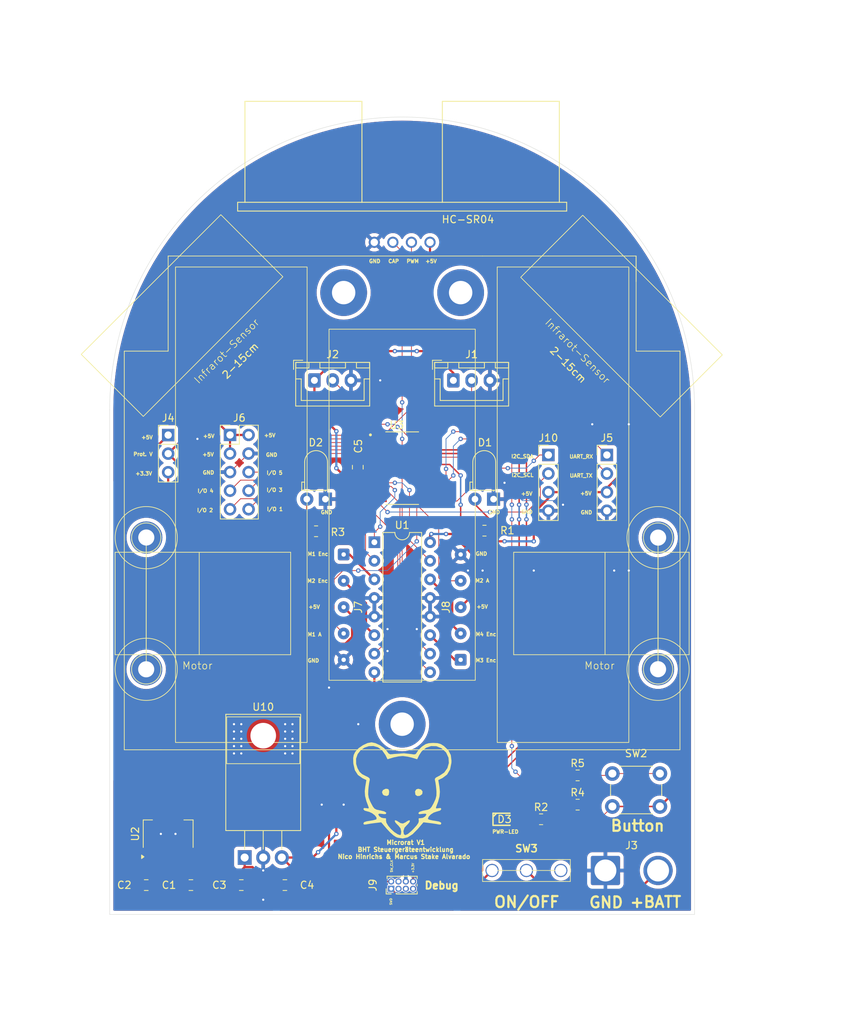
<source format=kicad_pcb>
(kicad_pcb (version 20240108) (generator "pcbnew") (generator_version "8.0")
  (layers (0 "F.Cu" signal) (31 "B.Cu" signal) (34 "B.Paste" user) (35 "F.Paste" user) (36 "B.SilkS" user "B.Silkscreen") (37 "F.SilkS" user "F.Silkscreen") (38 "B.Mask" user) (39 "F.Mask" user) (44 "Edge.Cuts" user))
  (net 0 "")
  (net 1 "Batt_out")
  (net 2 "GND")
  (net 3 "+5V")
  (net 4 "+6V")
  (net 5 "Net-(D1-A)")
  (net 6 "Net-(D2-A)")
  (net 7 "Net-(D3-A)")
  (net 8 "Infra_out1")
  (net 9 "Infra_out2")
  (net 10 "+BATT")
  (net 11 "UART_RX")
  (net 12 "UART_TX")
  (net 13 "Freedig1")
  (net 14 "Freedig3")
  (net 15 "Freedig2")
  (net 16 "Freedig5")
  (net 17 "Freedig4")
  (net 18 "I2C_SCL")
  (net 19 "I2C_SDA")
  (net 20 "M1 Enc")
  (net 21 "M2 Enc")
  (net 22 "M1 A")
  (net 23 "M3 Enc")
  (net 24 "M2 A")
  (net 25 "M4 Enc")
  (net 26 "Auge 2")
  (net 27 "Auge 1")
  (net 28 "Prot. Voltage")
  (net 29 "Input 1")
  (net 30 "Input 3")
  (net 31 "Input 2")
  (net 32 "PWM 1")
  (net 33 "Input 4")
  (net 34 "PWM 2")
  (net 37 "CAP")
  (net 40 "Net-(R4-Pad2)")
  (net 46 "PWM 3")
  (net 49 "SWD")
  (net 51 "+3.3V")
  (net 52 "SW_CLK")
  (net 55 "Button")
  (net 56 "unconnected-(U3-P2.10-Pad7)")
  (footprint "MountingHole:MountingHole_2.2mm_M2_Pad_TopBottom" (layer "F.Cu") (at 273.008574 169.4941)
    (property "Reference" "REF**" (hide yes))
    (property "Value" "MountingHole_2.2mm_M2_Pad_TopBottom" (hide yes))
  )
  (footprint "Connector_JST:JST_XH_B3B-XH-A_1x03_P2.50mm_Vertical" (layer "F.Cu") (at 226 148)
    (property "Reference" "J2")
    (property "Value" "Conn_01x03_Socket" (hide yes))
  )
  (footprint "Connector_PinHeader_2.54mm:PinHeader_1x04_P2.54mm_Vertical" (layer "F.Cu") (at 266 158.2)
    (property "Reference" "J5")
    (property "Value" "Conn_01x04_Pin" (hide yes))
  )
  (footprint "Connector_PinHeader_1.00mm:PinHeader_2x04_P1.00mm_Vertical" (layer "F.Cu") (at 236.5 217.5 90)
    (property "Reference" "J9")
    (property "Value" "Conn_02x04_Counter_Clockwise" (hide yes))
  )
  (footprint "Library:Schiebeschalter" (layer "F.Cu") (at 255 215)
    (property "Reference" "SW3")
    (property "Value" "SW_SPDT" (hide yes))
  )
  (footprint "Button_Switch_THT:SW_PUSH_6mm_H4.3mm" (layer "F.Cu") (at 266.75 201.75)
    (property "Reference" "SW2")
    (property "Value" "SW_MEC_5E" (hide yes))
  )
  (footprint "150060GS75000:LEDC1608X80N" (layer "F.Cu") (at 252 208)
    (property "Reference" "D3")
    (property "Value" "LED")
  )
  (footprint "Library:Motor_Bracket" (layer "F.Cu") (at 278 177 -90)
    (property "Reference" "Motor")
    (property "Value" "Motor_Bracket" (hide yes))
  )
  (footprint "Resistor_SMD:R_0805_2012Metric_Pad1.20x1.40mm_HandSolder" (layer "F.Cu") (at 262 202)
    (property "Reference" "R5")
    (property "Value" "R10K" (hide yes))
  )
  (footprint "Library:Sharp" (layer "F.Cu") (at 273.303301 153 135)
    (property "Reference" "Infrarot-Sensor")
    (property "Value" "Sharp" (hide yes))
  )
  (footprint "Connector_Wire:SolderWire-0.1sqmm_1x05_P3.6mm_D0.4mm_OD1mm" (layer "F.Cu") (at 230 171.8 -90)
    (property "Reference" "J7")
    (property "Value" "Conn_01x05_Pin" (hide yes))
  )
  (footprint "Package_DIP:DIP-16_W7.62mm" (layer "F.Cu") (at 234.2 170.125)
    (property "Reference" "U1")
    (property "Value" "L293D" (hide yes))
  )
  (footprint "Capacitor_SMD:C_0805_2012Metric_Pad1.18x1.45mm_HandSolder" (layer "F.Cu") (at 221.9625 217 180)
    (property "Reference" "C4")
    (property "Value" "C0.1uF" (hide yes))
  )
  (footprint "MountingHole:MountingHole_2.2mm_M2_Pad_TopBottom" (layer "F.Cu") (at 273 187.485525)
    (property "Reference" "REF**" (hide yes))
    (property "Value" "MountingHole_2.2mm_M2_Pad_TopBottom" (hide yes))
  )
  (footprint "Package_TO_SOT_THT:TO-220-3_Horizontal_TabDown" (layer "F.Cu") (at 216.46 213.23)
    (property "Reference" "U10")
    (property "Value" "L7806" (hide yes))
  )
  (footprint "Capacitor_SMD:C_0805_2012Metric_Pad1.18x1.45mm_HandSolder" (layer "F.Cu") (at 203 217 180)
    (property "Reference" "C2")
    (property "Value" "C10uF" (hide yes))
  )
  (footprint "Connector_JST:JST_XH_B3B-XH-A_1x03_P2.50mm_Vertical" (layer "F.Cu") (at 245 148)
    (property "Reference" "J1")
    (property "Value" "Conn_01x03_Socket" (hide yes))
  )
  (footprint "Resistor_SMD:R_0805_2012Metric_Pad1.20x1.40mm_HandSolder" (layer "F.Cu") (at 257 208)
    (property "Reference" "R2")
    (property "Value" "R68" (hide yes))
  )
  (footprint "HC-SR04:XCVR_HC-SR04" (layer "F.Cu") (at 238 129.125 180)
    (property "Reference" "U4" (hide yes))
    (property "Value" "HC-SR04")
  )
  (footprint "Connector_Wire:SolderWire-2.5sqmm_1x02_P7.2mm_D2.4mm_OD3.6mm" (layer "F.Cu") (at 265.8 215)
    (property "Reference" "J3")
    (property "Value" "Conn_01x02_Pin" (hide yes))
  )
  (footprint "MountingHole:MountingHole_3.2mm_M3_Pad_TopBottom" (layer "F.Cu") (at 238 195)
    (property "Reference" "REF**" (hide yes))
    (property "Value" "MountingHole_3.2mm_M3_Pad_TopBottom" (hide yes))
  )
  (footprint "MountingHole:MountingHole_3.2mm_M3_Pad_TopBottom" (layer "F.Cu") (at 246 136)
    (property "Reference" "REF**" (hide yes))
    (property "Value" "MountingHole_3.2mm_M3_Pad_TopBottom" (hide yes))
  )
  (footprint "Connector_PinHeader_2.54mm:PinHeader_1x03_P2.54mm_Vertical" (layer "F.Cu") (at 206 155.475)
    (property "Reference" "J4")
    (property "Value" "Conn_01x03_Socket" (hide yes))
  )
  (footprint "Library:Motor_Bracket" (layer "F.Cu") (at 198 180 90)
    (property "Reference" "Motor")
    (property "Value" "Motor_Bracket" (hide yes))
  )
  (footprint "LED_THT:LED_D3.0mm_Horizontal_O1.27mm_Z2.0mm" (layer "F.Cu") (at 227.499489 164.233924 180)
    (property "Reference" "D2")
    (property "Value" "LED Red" (hide yes))
  )
  (footprint "Resistor_SMD:R_0805_2012Metric_Pad1.20x1.40mm_HandSolder" (layer "F.Cu") (at 226.229231 168.626922 180)
    (property "Reference" "R3")
    (property "Value" "R128" (hide yes))
  )
  (footprint "XMC1402T038X0128AAXUMA1:SOP50P640X120-38N" (layer "F.Cu") (at 238 160)
    (property "Reference" "U3")
    (property "Value" "~")
  )
  (footprint "Connector_Wire:SolderWire-0.1sqmm_1x05_P3.6mm_D0.4mm_OD1mm" (layer "F.Cu") (at 246 186.2 90)
    (property "Reference" "J8")
    (property "Value" "Conn_01x05_Pin" (hide yes))
  )
  (footprint "ratlib:Marcus_Rat" (layer "F.Cu") (at 238.0249 204.062583)
    (property "Reference" "G***" (hide yes))
    (property "Value" "LOGO" (hide yes))
  )
  (footprint "Connector_PinHeader_2.54mm:PinHeader_1x04_P2.54mm_Vertical" (layer "F.Cu") (at 258 158.2)
    (property "Reference" "J10")
    (property "Value" "Conn_01x04_Socket" (hide yes))
  )
  (footprint "Library:Sharp" (layer "F.Cu") (at 221.688582 133.835306 -135)
    (property "Reference" "Infrarot-Sensor")
    (property "Value" "Sharp" (hide yes))
  )
  (footprint "Library:Kühlfläche" (layer "F.Cu") (at 214 194)
    (property "Reference" "REF**" (hide yes))
    (property "Value" "Kühlfläche")
  )
  (footprint "LED_THT:LED_D3.0mm_Horizontal_O1.27mm_Z2.0mm" (layer "F.Cu") (at 250.499489 164.233924 180)
    (property "Reference" "D1")
    (property "Value" "LED Red" (hide yes))
  )
  (footprint "Library:BMS" (layer "F.Cu") (at 228 189 90)
    (property "Reference" "REF**" (hide yes))
    (property "Value" "BMS")
  )
  (footprint "MountingHole:MountingHole_3.2mm_M3_Pad_TopBottom" (layer "F.Cu") (at 230 136)
    (property "Reference" "REF**" (hide yes))
    (property "Value" "MountingHole_3.2mm_M3_Pad_TopBottom" (hide yes))
  )
  (footprint "Resistor_SMD:R_0805_2012Metric_Pad1.20x1.40mm_HandSolder" (layer "F.Cu") (at 249.256957 168.545081 180)
    (property "Reference" "R1")
    (property "Value" "R128" (hide yes))
  )
  (footprint "Capacitor_SMD:C_0805_2012Metric_Pad1.18x1.45mm_HandSolder" (layer "F.Cu") (at 216 217)
    (property "Reference" "C3")
    (property "Value" "C0.33uF" (hide yes))
  )
  (footprint "MountingHole:MountingHole_2.2mm_M2_Pad_TopBottom" (layer "F.Cu") (at 202.994283 187.496958)
    (property "Reference" "REF**" (hide yes))
    (property "Value" "MountingHole_2.2mm_M2_Pad_TopBottom" (hide yes))
  )
  (footprint "Connector_PinHeader_2.54mm:PinHeader_2x05_P2.54mm_Vertical" (layer "F.Cu") (at 214.46 155.46)
    (property "Reference" "J6")
    (property "Value" "Conn_02x05_Counter_Clockwise" (hide yes))
  )
  (footprint "Package_TO_SOT_SMD:SOT-223-3_TabPin2" (layer "F.Cu") (at 206 210 90)
    (property "Reference" "U2")
    (property "Value" "LD1117S50TR_SOT223" (hide yes))
  )
  (footprint "Capacitor_SMD:C_0805_2012Metric_Pad1.18x1.45mm_HandSolder" (layer "F.Cu") (at 209.109636 217)
    (property "Reference" "C1")
    (property "Value" "C100nF" (hide yes))
  )
  (footprint "Resistor_SMD:R_0805_2012Metric_Pad1.20x1.40mm_HandSolder" (layer "F.Cu") (at 262 206)
    (property "Reference" "R4")
    (property "Value" "R100" (hide yes))
  )
  (footprint "MountingHole:MountingHole_2.2mm_M2_Pad_TopBottom" (layer "F.Cu") (at 203.008574 169.481238)
    (property "Reference" "REF**" (hide yes))
    (property "Value" "MountingHole_2.2mm_M2_Pad_TopBottom" (hide yes))
  )
  (footprint "Capacitor_SMD:C_0805_2012Metric_Pad1.18x1.45mm_HandSolder" (layer "F.Cu") (at 231.932116 159.867213 -90)
    (property "Reference" "C5")
    (property "Value" "C100nF" (hide yes))
  )
  (gr_line (start 198 152) (end 198 221) (stroke (width 0.05)) (layer "Edge.Cuts"))
  (gr_arc (start 198 152) (mid 238 112) (end 278 152) (stroke (width 0.05)) (layer "Edge.Cuts"))
  (gr_line (start 278 221) (end 198 221) (stroke (width 0.05)) (layer "Edge.Cuts"))
  (gr_line (start 278 221) (end 278 152) (stroke (width 0.05)) (layer "Edge.Cuts"))
  (gr_text "ON/OFF " (at 250.40309 220.195094 0) (layer "F.SilkS") (effects (font (size 1.5 1.5) (thickness 0.3) (bold yes)) (justify left bottom)))
  (gr_text "+5V" (at 225.129382 179.258854 0) (layer "F.SilkS") (effects (font (size 0.5 0.5) (thickness 0.125)) (justify left bottom)))
  (gr_text "I/O 5" (at 219.395472 160.926898 0) (layer "F.SilkS") (effects (font (size 0.5 0.5) (thickness 0.125)) (justify left bottom)))
  (gr_text "I/O 3" (at 219.395472 163.270972 0) (layer "F.SilkS") (effects (font (size 0.5 0.5) (thickness 0.125)) (justify left bottom)))
  (gr_text "+5V" (at 254.197603 163.786151 0) (layer "F.SilkS") (effects (font (size 0.5 0.5) (thickness 0.125)) (justify left bottom)))
  (gr_text "+5V" (at 202.265645 156.081091 0) (layer "F.SilkS") (effects (font (size 0.5 0.5) (thickness 0.125)) (justify left bottom)))
  (gr_text "GND" (at 219.308655 158.474301 0) (layer "F.SilkS") (effects (font (size 0.5 0.5) (thickness 0.125)) (justify left bottom)))
  (gr_text "+5V" (at 262.293342 163.742742 0) (layer "F.SilkS") (effects (font (size 0.5 0.5) (thickness 0.125)) (justify left bottom)))
  (gr_text "CAP" (at 236.038526 132 0) (layer "F.SilkS") (effects (font (size 0.5 0.5) (thickness 0.125)) (justify left bottom)))
  (gr_text "GND" (at 263.413544 220.244274 0) (layer "F.SilkS") (effects (font (size 1.5 1.5) (thickness 0.3) (bold yes)) (justify left bottom)))
  (gr_text "GND" (at 226.813315 166.325565 0) (layer "F.SilkS") (effects (font (size 0.5 0.5) (thickness 0.125)) (justify left bottom)))
  (gr_text "Prot. V" (at 201.180425 158.381757 0) (layer "F.SilkS") (effects (font (size 0.5 0.5) (thickness 0.125)) (justify left bottom)))
  (gr_text "GND" (at 254.219307 166.282157 0) (layer "F.SilkS") (effects (font (size 0.5 0.5) (thickness 0.125)) (justify left bottom)))
  (gr_text "I/O 2" (at 209.883887 166.043408 0) (layer "F.SilkS") (effects (font (size 0.5 0.5) (thickness 0.125)) (justify left bottom)))
  (gr_text "2-15cm" (at 214 148 45) (layer "F.SilkS") (effects (font (size 1 1)) (justify left bottom)))
  (gr_text "I2C_SDA" (at 252.85193 158.685619 0) (layer "F.SilkS") (effects (font (size 0.5 0.5) (thickness 0.125)) (justify left bottom)))
  (gr_text "PWM" (at 238.541766 132 0) (layer "F.SilkS") (effects (font (size 0.5 0.5) (thickness 0.125)) (justify left bottom)))
  (gr_text "+5V" (at 219.048202 155.804661 0) (layer "F.SilkS") (effects (font (size 0.5 0.5) (thickness 0.125)) (justify left bottom)))
  (gr_text "SWD" (at 236.643069 219.760452 90) (layer "F.SilkS") (effects (font (size 0.3 0.3) (thickness 0.075)) (justify left bottom)))
  (gr_text "GND" (at 262.358455 166.34727 0) (layer "F.SilkS") (effects (font (size 0.5 0.5) (thickness 0.125)) (justify left bottom)))
  (gr_text "GND" (at 225.013625 186.59494 0) (layer "F.SilkS") (effects (font (size 0.5 0.5) (thickness 0.125)) (justify left bottom)))
  (gr_text "UART_RX" (at 260.817443 158.707323 0) (layer "F.SilkS") (effects (font (size 0.5 0.5) (thickness 0.125)) (justify left bottom)))
  (gr_text "GND" (at 249.752419 166.319928 0) (layer "F.SilkS") (effects (font (size 0.5 0.5) (thickness 0.125)) (justify left bottom)))
  (gr_text "2-15cm" (at 258 144 315) (layer "F.SilkS") (effects (font (size 1 1)) (justify left bottom)))
  (gr_text "GND" (at 233.405059 132 0) (layer "F.SilkS") (effects (font (size 0.5 0.5) (thickness 0.125)) (justify left bottom)))
  (gr_text "M2 Enc" (at 224.984686 175.699334 0) (layer "F.SilkS") (effects (font (size 0.5 0.5) (thickness 0.125)) (justify left bottom)))
  (gr_text "+5V" (at 210.708654 155.907456 0) (layer "F.SilkS") (effects (font (size 0.5 0.5) (thickness 0.125)) (justify left bottom)))
  (gr_text "I/O 1" (at 219.438881 165.897204 0) (layer "F.SilkS") (effects (font (size 0.5 0.5) (thickness 0.125)) (justify left bottom)))
  (gr_text "M1 Enc" (at 225.023302 172.029028 0) (layer "F.SilkS") (effects (font (size 0.5 0.5) (thickness 0.125)) (justify left bottom)))
  (gr_text "+5V" (at 241.117354 132 0) (layer "F.SilkS") (effects (font (size 0.5 0.5) (thickness 0.125)) (justify left bottom)))
  (gr_text "I2C_SCL" (at 252.895339 161.246737 0) (layer "F.SilkS") (effects (font (size 0.5 0.5) (thickness 0.125)) (justify left bottom)))
  (gr_text "M1 A" (at 225.023302 183.029028 0) (layer "F.SilkS") (effects (font (size 0.5 0.5) (thickness 0.125)) (justify left bottom)))
  (gr_text "Button" (at 266.358725 209.772455 0) (layer "F.SilkS") (effects (font (size 1.5 1.5) (thickness 0.3) (bold yes)) (justify left bottom)))
  (gr_text "UART_TX" (at 260.860852 161.31185 0) (layer "F.SilkS") (effects (font (size 0.5 0.5) (thickness 0.125)) (justify left bottom)))
  (gr_text "M2 A" (at 247.961384 175.670306 0) (layer "F.SilkS") (effects (font (size 0.5 0.5) (thickness 0.125)) (justify left bottom)))
  (gr_text "+3.3V" (at 201.462582 161.029693 0) (layer "F.SilkS") (effects (font (size 0.5 0.5) (thickness 0.125)) (justify left bottom)))
  (gr_text "Microrat V1\nBHT Steuergeräteentwicklung\nNico Hinrichs & Marcus Stake Alvarado " (at 238.480692 213.460585 0) (layer "F.SilkS") (effects (font (size 0.6 0.6)) (justify bottom)))
  (gr_text "+BATT" (at 269.005 220.189456 0) (layer "F.SilkS") (effects (font (size 1.5 1.5) (thickness 0.3) (bold yes)) (justify left bottom)))
  (gr_text "+5V" (at 210.621837 158.425166 0) (layer "F.SilkS") (effects (font (size 0.5 0.5) (thickness 0.125)) (justify left bottom)))
  (gr_text "Debug" (at 240.953351 217.631402 0) (layer "F.SilkS") (effects (font (size 1 1) (thickness 0.25) (bold yes)) (justify left bottom)))
  (gr_text "I/O 4" (at 209.949 163.395472 0) (layer "F.SilkS") (effects (font (size 0.5 0.5) (thickness 0.125)) (justify left bottom)))
  (gr_text "M4 Enc" (at 248 183 0) (layer "F.SilkS") (effects (font (size 0.5 0.5) (thickness 0.125)) (justify left bottom)))
  (gr_text "GND" (at 210.665245 160.899467 0) (layer "F.SilkS") (effects (font (size 0.5 0.5) (thickness 0.125)) (justify left bottom)))
  (gr_text "GND" (at 248 172 0) (layer "F.SilkS") (effects (font (size 0.5 0.5) (thickness 0.125)) (justify left bottom)))
  (gr_text "+5V" (at 248.10608 179.229826 0) (layer "F.SilkS") (effects (font (size 0.5 0.5) (thickness 0.125)) (justify left bottom)))
  (gr_text "+3.3V" (at 239.651997 215.368042 90) (layer "F.SilkS") (effects (font (size 0.3 0.3) (thickness 0.075)) (justify left bottom)))
  (gr_text "SW_CLK" (at 236.736761 215.294798 90) (layer "F.SilkS") (effects (font (size 0.3 0.3) (thickness 0.075)) (justify left bottom)))
  (gr_text "M3 Enc" (at 247.990323 186.565912 0) (layer "F.SilkS") (effects (font (size 0.5 0.5) (thickness 0.125)) (justify left bottom)))
  (gr_text "PWR-LED" (at 250.26909 210 0) (layer "F.SilkS") (effects (font (size 0.5 0.5) (thickness 0.125) (bold yes)) (justify left bottom)))
  (segment (start 208.725 213.15) (end 208.3 213.15) (width 0.3) (layer "F.Cu") (net 1))
  (segment (start 212.575 217) (end 208.725 213.15) (width 0.3) (layer "F.Cu") (net 1))
  (segment (start 219.9875 216.9875) (end 217.53 214.53) (width 0.3) (layer "F.Cu") (net 1))
  (segment (start 208.072136 217) (end 208.072136 213.377864) (width 0.3) (layer "F.Cu") (net 1))
  (segment (start 219.9875 217.730456) (end 219.9875 216.9875) (width 0.3) (layer "F.Cu") (net 1))
  (segment (start 214.9625 217) (end 212.575 217) (width 0.3) (layer "F.Cu") (net 1))
  (segment (start 208.072136 213.377864) (end 208.3 213.15) (width 0.3) (layer "F.Cu") (net 1))
  (segment (start 244.95 220.35) (end 221.35 220.35) (width 0.3) (layer "F.Cu") (net 1))
  (segment (start 220 219) (end 220 217.742956) (width 0.3) (layer "F.Cu") (net 1))
  (segment (start 214.9625 217) (end 214.9625 216.0275) (width 0.3) (layer "F.Cu") (net 1))
  (segment (start 216.46 214.53) (end 216.46 213.23) (width 0.3) (layer "F.Cu") (net 1))
  (segment (start 220 217.742956) (end 219.9875 217.730456) (width 0.3) (layer "F.Cu") (net 1))
  (segment (start 214.9625 216.0275) (end 216.46 214.53) (width 0.3) (layer "F.Cu") (net 1))
  (segment (start 221.35 220.35) (end 220 219) (width 0.3) (layer "F.Cu") (net 1))
  (segment (start 217.53 214.53) (end 216.46 214.53) (width 0.3) (layer "F.Cu") (net 1))
  (segment (start 250.3 215) (end 244.95 220.35) (width 0.3) (layer "F.Cu") (net 1))
  (segment (start 233.619714 158.829713) (end 231.932116 158.829713) (width 0.2) (layer "F.Cu") (net 2))
  (segment (start 235.06 159.44) (end 234.230001 159.44) (width 0.2) (layer "F.Cu") (net 2))
  (segment (start 250.499489 163.500511) (end 250.499489 164.233924) (width 0.1) (layer "F.Cu") (net 2))
  (segment (start 234.230001 159.44) (end 233.619714 158.829713) (width 0.2) (layer "F.Cu") (net 2))
  (segment (start 231.761829 159) (end 231.932116 158.829713) (width 0.2) (layer "F.Cu") (net 2))
  (segment (start 235.12 159.5) (end 235.06 159.44) (width 0.2) (layer "F.Cu") (net 2))
  (segment (start 214.46 160.539999) (end 212.933391 160.539999) (width 0.1) (layer "F.Cu") (net 2))
  (segment (start 238.5 215.5) (end 238.5 216.5) (width 0.2) (layer "F.Cu") (net 2))
  (segment (start 214.46 160.539999) (end 217 158) (width 0.1) (layer "F.Cu") (net 2))
  (segment (start 212.915029 160.521637) (end 212.933391 160.539999) (width 0.1) (layer "F.Cu") (net 2))
  (segment (start 238.5 215.5) (end 238 215) (width 0.2) (layer "F.Cu") (net 2))
  (segment (start 217 158) (end 219 158) (width 0.1) (layer "F.Cu") (net 2))
  (via (at 215 195) (size 0.6) (drill 0.3) (layers "F.Cu" "B.Cu") (net 2))
  (via (at 267 174) (size 0.6) (drill 0.3) (layers "F.Cu" "B.Cu") (net 2))
  (via (at 256 174) (size 0.6) (drill 0.3) (layers "F.Cu" "B.Cu") (net 2))
  (via (at 223 198) (size 0.6) (drill 0.3) (layers "F.Cu" "B.Cu") (net 2))
  (via (at 216 199) (size 0.6) (drill 0.3) (layers "F.Cu" "B.Cu") (net 2))
  (via (at 228 190) (size 0.6) (drill 0.3) (layers "F.Cu" "B.Cu") (net 2))
  (via (at 252 162) (size 0.6) (drill 0.3) (layers "F.Cu" "B.Cu") (net 2))
  (via (at 219 215) (size 0.6) (drill 0.3) (layers "F.Cu" "B.Cu") (net 2))
  (via (at 222 197) (size 0.6) (drill 0.3) (layers "F.Cu" "B.Cu") (net 2))
  (via (at 222 199) (size 0.6) (drill 0.3) (layers "F.Cu" "B.Cu") (net 2))
  (via (at 223 199) (size 0.6) (drill 0.3) (layers "F.Cu" "B.Cu") (net 2))
  (via (at 222 196) (size 0.6) (drill 0.3) (layers "F.Cu" "B.Cu") (net 2))
  (via (at 264 154) (size 0.6) (drill 0.3) (layers "F.Cu" "B.Cu") (net 2))
  (via (at 240 182) (size 0.6) (drill 0.3) (layers "F.Cu" "B.Cu") (net 2))
  (via (at 216 197) (size 0.6) (drill 0.3) (layers "F.Cu" "B.Cu") (net 2))
  (via (at 269 154) (size 0.6) (drill 0.3) (layers "F.Cu" "B.Cu") (net 2))
  (via (at 227 206) (size 0.6) (drill 0.3) (layers "F.Cu" "B.Cu") (net 2))
  (via (at 235 148) (size 0.6) (drill 0.3) (layers "F.Cu" "B.Cu") (net 2))
  (via (at 215 199) (size 0.6) (drill 0.3) (layers "F.Cu" "B.Cu") (net 2))
  (via (at 216 198) (size 0.6) (drill 0.3) (layers "F.Cu" "B.Cu") (net 2))
  (via (at 215 198) (size 0.6) (drill 0.3) (layers "F.Cu" "B.Cu") (net 2))
  (via (at 232 195) (size 0.6) (drill 0.3) (layers "F.Cu" "B.Cu") (net 2))
  (via (at 215 196) (size 0.6) (drill 0.3) (layers "F.Cu" "B.Cu") (net 2))
  (via (at 236 182) (size 0.6) (drill 0.3) (layers "F.Cu" "B.Cu") (net 2))
  (via (at 215 197) (size 0.6) (drill 0.3) (layers "F.Cu" "B.Cu") (net 2))
  (via (at 222 198) (size 0.6) (drill 0.3) (layers "F.Cu" "B.Cu") (net 2))
  (via (at 210 156) (size 0.6) (drill 0.3) (layers "F.Cu" "B.Cu") (net 2))
  (via (at 207 210) (size 0.6) (drill 0.3) (layers "F.Cu" "B.Cu") (net 2))
  (via (at 249 174) (size 0.6) (drill 0.3) (layers "F.Cu" "B.Cu") (net 2))
  (via (at 223 195) (size 0.6) (drill 0.3) (layers "F.Cu" "B.Cu") (net 2))
  (via (at 260 165) (size 0.6) (drill 0.3) (layers "F.Cu" "B.Cu") (net 2))
  (via (at 216 195) (size 0.6) (drill 0.3) (layers "F.Cu" "B.Cu") (net 2))
  (via (at 247 174) (size 0.6) (drill 0.3) (layers "F.Cu" "B.Cu") (net 2))
  (via (at 223 196) (size 0.6) (drill 0.3) (layers "F.Cu" "B.Cu") (net 2))
  (via (at 222 195) (size 0.6) (drill 0.3) (layers "F.Cu" "B.Cu") (net 2))
  (via (at 236 185) (size 0.6) (drill 0.3) (layers "F.Cu" "B.Cu") (net 2))
  (via (at 223 197) (size 0.6) (drill 0.3) (layers "F.Cu" "B.Cu") (net 2))
  (via (at 205 210) (size 0.6) (drill 0.3) (layers "F.Cu" "B.Cu") (net 2))
  (via (at 230 206) (size 0.6) (drill 0.3) (layers "F.Cu" "B.Cu") (net 2))
  (via (at 269 174) (size 0.6) (drill 0.3) (layers "F.Cu" "B.Cu") (net 2))
  (via (at 216 196) (size 0.6) (drill 0.3) (layers "F.Cu" "B.Cu") (net 2))
  (via (at 219 219) (size 0.6) (drill 0.3) (layers "F.Cu" "B.Cu") (net 2))
  (segment (start 259.431091 164.431091) (end 254.431091 164.431091) (width 0.1) (layer "B.Cu") (net 2))
  (segment (start 254.431091 164.431091) (end 252 162) (width 0.1) (layer "B.Cu") (net 2))
  (segment (start 260 165) (end 259.431091 164.431091) (width 0.1) (layer "B.Cu") (net 2))
  (segment (start 206.2625 155.475) (end 206 155.475) (width 0.3) (layer "F.Cu") (net 3))
  (segment (start 204.0375 217) (end 204.0375 215.1125) (width 0.3) (layer "F.Cu") (net 3))
  (segment (start 206 155.475) (end 203.7375 157.7375) (width 0.3) (layer "F.Cu") (net 3))
  (segment (start 203.7375 157.7375) (end 199 162.475) (width 0.3) (layer "F.Cu") (net 3))
  (segment (start 203.85 206.85) (end 206 206.85) (width 0.3) (layer "F.Cu") (net 3))
  (segment (start 199 202) (end 203.85 206.85) (width 0.3) (layer "F.Cu") (net 3))
  (segment (start 204.0375 215.1125) (end 206 213.15) (width 0.3) (layer "F.Cu") (net 3))
  (segment (start 199 162.475) (end 199 202) (width 0.3) (layer "F.Cu") (net 3))
  (segment (start 206 206.85) (end 206 213.15) (width 0.3) (layer "F.Cu") (net 3))
  (segment (start 234.2 190.8) (end 234.2 187.905) (width 0.3) (layer "F.Cu") (net 4))
  (segment (start 229 210) (end 229 196) (width 0.3) (layer "F.Cu") (net 4))
  (segment (start 223 214.69) (end 221.54 213.23) (width 0.3) (layer "F.Cu") (net 4))
  (segment (start 226.5 212.5) (end 225.77 213.23) (width 0.3) (layer "F.Cu") (net 4))
  (segment (start 229 196) (end 234.2 190.8) (width 0.3) (layer "F.Cu") (net 4))
  (segment (start 223 217) (end 223 214.69) (width 0.3) (layer "F.Cu") (net 4))
  (segment (start 225.77 213.23) (end 221.54 213.23) (width 0.3) (layer "F.Cu") (net 4))
  (via (at 226.5 212.5) (size 0.6) (drill 0.3) (layers "F.Cu" "B.Cu") (net 4))
  (via (at 229 210) (size 0.6) (drill 0.3) (layers "F.Cu" "B.Cu") (net 4))
  (segment (start 229 210) (end 226.5 212.5) (width 0.3) (layer "B.Cu") (net 4))
  (segment (start 250.256957 168.545081) (end 250.256957 167.256957) (width 0.2) (layer "F.Cu") (net 5))
  (segment (start 247.959489 164.959489) (end 247.959489 164.233924) (width 0.2) (layer "F.Cu") (net 5))
  (segment (start 250.256957 167.256957) (end 247.959489 164.959489) (width 0.2) (layer "F.Cu") (net 5))
  (segment (start 224.959489 164.233924) (end 224.959489 166.35718) (width 0.2) (layer "F.Cu") (net 6))
  (segment (start 224.959489 166.35718) (end 227.229231 168.626922) (width 0.2) (layer "F.Cu") (net 6))
  (segment (start 256 208) (end 252.4075 208) (width 0.1) (layer "F.Cu") (net 7))
  (segment (start 241.659999 156.5) (end 247.5 150.659999) (width 0.1) (layer "F.Cu") (net 8))
  (segment (start 240.88 156.5) (end 241.659999 156.5) (width 0.1) (layer "F.Cu") (net 8))
  (segment (start 247.5 150.659999) (end 247.5 148) (width 0.1) (layer "F.Cu") (net 8))
  (segment (start 237.488796 154.362818) (end 240.125978 157) (width 0.1) (layer "F.Cu") (net 9))
  (segment (start 234.5 154) (end 228.5 148) (width 0.1) (layer "F.Cu") (net 9))
  (segment (start 237.362818 154.362818) (end 237.488796 154.362818) (width 0.1) (layer "F.Cu") (net 9))
  (segment (start 240.125978 157) (end 240.88 157) (width 0.1) (layer "F.Cu") (net 9))
  (segment (start 236 154) (end 234.5 154) (width 0.1) (layer "F.Cu") (net 9))
  (via (at 236 154) (size 0.6) (drill 0.3) (layers "F.Cu" "B.Cu") (net 9))
  (via (at 237.362818 154.362818) (size 0.6) (drill 0.3) (layers "F.Cu" "B.Cu") (net 9))
  (segment (start 236 154) (end 237 154) (width 0.1) (layer "B.Cu") (net 9))
  (segment (start 237 154) (end 237.362818 154.362818) (width 0.1) (layer "B.Cu") (net 9))
  (segment (start 270 218) (end 258 218) (width 0.3) (layer "F.Cu") (net 10))
  (segment (start 273 215) (end 270 218) (width 0.3) (layer "F.Cu") (net 10))
  (segment (start 258 218) (end 255 215) (width 0.3) (layer "F.Cu") (net 10))
  (segment (start 244 161.117868) (end 244 160.1) (width 0.1) (layer "F.Cu") (net 11))
  (segment (start 242.617868 162.5) (end 244 161.117868) (width 0.1) (layer "F.Cu") (net 11))
  (segment (start 240.88 162.5) (end 242.617868 162.5) (width 0.1) (layer "F.Cu") (net 11))
  (segment (start 262.8 155) (end 266 158.2) (width 0.1) (layer "F.Cu") (net 11))
  (segment (start 245 155) (end 262.8 155) (width 0.1) (layer "F.Cu") (net 11))
  (via (at 245 155) (size 0.6) (drill 0.3) (layers "F.Cu" "B.Cu") (net 11))
  (via (at 244 160.1) (size 0.6) (drill 0.3) (layers "F.Cu" "B.Cu") (net 11))
  (segment (start 244 160.1) (end 244 156) (width 0.1) (layer "B.Cu") (net 11))
  (segment (start 244 156) (end 245 155) (width 0.1) (layer "B.Cu") (net 11))
  (segment (start 243 163) (end 240.88 163) (width 0.1) (layer "F.Cu") (net 12))
  (segment (start 245 161) (end 243 163) (width 0.1) (layer "F.Cu") (net 12))
  (segment (start 261.26 156) (end 266 160.74) (width 0.1) (layer "F.Cu") (net 12))
  (segment (start 246 156) (end 261.26 156) (width 0.1) (layer "F.Cu") (net 12))
  (via (at 245 161) (size 0.6) (drill 0.3) (layers "F.Cu" "B.Cu") (net 12))
  (via (at 246 156) (size 0.6) (drill 0.3) (layers "F.Cu" "B.Cu") (net 12))
  (segment (start 245 157) (end 246 156) (width 0.1) (layer "B.Cu") (net 12))
  (segment (start 245 161) (end 245 157) (width 0.1) (layer "B.Cu") (net 12))
  (segment (start 225.12 157.5) (end 217 165.62) (width 0.1) (layer "F.Cu") (net 13))
  (segment (start 235.12 157.5) (end 225.12 157.5) (width 0.1) (layer "F.Cu") (net 13))
  (segment (start 223.58 156.5) (end 217 163.08) (width 0.1) (layer "F.Cu") (net 14))
  (segment (start 235.12 156.5) (end 223.58 156.5) (width 0.1) (layer "F.Cu") (net 14))
  (segment (start 235.12 157) (end 225 157) (width 0.1) (layer "F.Cu") (net 15))
  (segment (start 215.9 164.18) (end 214.46 165.62) (width 0.1) (layer "F.Cu") (net 15))
  (segment (start 217.82 164.18) (end 215.9 164.18) (width 0.1) (layer "F.Cu") (net 15))
  (segment (start 225 157) (end 217.82 164.18) (width 0.1) (layer "F.Cu") (net 15))
  (segment (start 235.12 155.5) (end 223.5 155.5) (width 0.1) (layer "F.Cu") (net 16))
  (segment (start 223.5 155.5) (end 218.46 160.54) (width 0.1) (layer "F.Cu") (net 16))
  (segment (start 218.46 160.54) (end 217 160.54) (width 0.1) (layer "F.Cu") (net 16))
  (segment (start 235.12 156) (end 223.655736 156) (width 0.1) (layer "F.Cu") (net 17))
  (segment (start 223.655736 156) (end 218.015736 161.64) (width 0.1) (layer "F.Cu") (net 17))
  (segment (start 215.9 161.64) (end 214.46 163.08) (width 0.1) (layer "F.Cu") (net 17))
  (segment (start 218.015736 161.64) (end 215.9 161.64) (width 0.1) (layer "F.Cu") (net 17))
  (segment (start 256.9 161.84) (end 258 160.74) (width 0.1) (layer "F.Cu") (net 18))
  (segment (start 250 166) (end 255 166) (width 0.1) (layer "F.Cu") (net 18))
  (segment (start 255 166) (end 256.9 164.1) (width 0.1) (layer "F.Cu") (net 18))
  (segment (start 256.9 164.1) (end 256.9 161.84) (width 0.1) (layer "F.Cu") (net 18))
  (segment (start 236 166) (end 235.12 165.12) (width 0.1) (layer "F.Cu") (net 18))
  (segment (start 235.12 165.12) (end 235.12 164.5) (width 0.1) (layer "F.Cu") (net 18))
  (via (at 236 166) (size 0.6) (drill 0.3) (layers "F.Cu" "B.Cu") (net 18))
  (via (at 250 166) (size 0.6) (drill 0.3) (layers "F.Cu" "B.Cu") (net 18))
  (segment (start 236 166) (end 250 166) (width 0.1) (layer "B.Cu") (net 18))
  (segment (start 245.5 164.5) (end 250 160) (width 0.1) (layer "F.Cu") (net 19))
  (segment (start 256.8 158.2) (end 258 158.2) (width 0.1) (layer "F.Cu") (net 19))
  (segment (start 240.88 164.5) (end 245.5 164.5) (width 0.1) (layer "F.Cu") (net 19))
  (segment (start 256 159) (end 256.8 158.2) (width 0.1) (layer "F.Cu") (net 19))
  (segment (start 250 160) (end 252.45 160) (width 0.1) (layer "F.Cu") (net 19))
  (via (at 256 159) (size 0.6) (drill 0.3) (layers "F.Cu" "B.Cu") (net 19))
  (via (at 252.45 160) (size 0.6) (drill 0.3) (layers "F.Cu" "B.Cu") (net 19))
  (segment (start 252.45 160) (end 255 160) (width 0.1) (layer "B.Cu") (net 19))
  (segment (start 255 160) (end 256 159) (width 0.1) (layer "B.Cu") (net 19))
  (segment (start 230.795 171.8) (end 234.2 175.205) (width 0.3) (layer "F.Cu") (net 20))
  (segment (start 230 171.8) (end 230.795 171.8) (width 0.3) (layer "F.Cu") (net 20))
  (segment (start 233.05 181.675) (end 234.2 182.825) (width 0.3) (layer "F.Cu") (net 21))
  (segment (start 233.05 178.45) (end 233.05 181.675) (width 0.3) (layer "F.Cu") (net 21))
  (segment (start 230 175.4) (end 233.05 178.45) (width 0.3) (layer "F.Cu") (net 21))
  (segment (start 228.7 175.215075) (end 228.7 181.3) (width 0.1) (layer "F.Cu") (net 22))
  (segment (start 239.55 164.075978) (end 239.55 164.974264) (width 0.1) (layer "F.Cu") (net 22))
  (segment (start 240.125978 163.5) (end 239.55 164.075978) (width 0.1) (layer "F.Cu") (net 22))
  (segment (start 240 165.424264) (end 240 170) (width 0.1) (layer "F.Cu") (net 22))
  (segment (start 240.88 163.5) (end 240.125978 163.5) (width 0.1) (layer "F.Cu") (net 22))
  (segment (start 229.915075 174) (end 228.7 175.215075) (width 0.1) (layer "F.Cu") (net 22))
  (segment (start 228.7 181.3) (end 230 182.6) (width 0.1) (layer "F.Cu") (net 22))
  (segment (start 239.55 164.974264) (end 240 165.424264) (width 0.1) (layer "F.Cu") (net 22))
  (segment (start 232 174) (end 229.915075 174) (width 0.1) (layer "F.Cu") (net 22))
  (via (at 240 170) (size 0.6) (drill 0.3) (layers "F.Cu" "B.Cu") (net 22))
  (via (at 232 174) (size 0.6) (drill 0.3) (layers "F.Cu" "B.Cu") (net 22))
  (segment (start 240 170) (end 236 174) (width 0.1) (layer "B.Cu") (net 22))
  (segment (start 236 174) (end 232 174) (width 0.1) (layer "B.Cu") (net 22))
  (segment (start 246 186.2) (end 245.195 186.2) (width 0.3) (layer "F.Cu") (net 23))
  (segment (start 245.195 186.2) (end 241.82 182.825) (width 0.3) (layer "F.Cu") (net 23))
  (segment (start 243 168) (end 243 175) (width 0.1) (layer "F.Cu") (net 24))
  (segment (start 239.85 164.85) (end 243 168) (width 0.1) (layer "F.Cu") (net 24))
  (segment (start 243 175) (end 243.4 175.4) (width 0.1) (layer "F.Cu") (net 24))
  (segment (start 240.88 164) (end 240.100001 164) (width 0.1) (layer "F.Cu") (net 24))
  (segment (start 243.4 175.4) (end 246 175.4) (width 0.1) (layer "F.Cu") (net 24))
  (segment (start 239.85 164.250001) (end 239.85 164.85) (width 0.1) (layer "F.Cu") (net 24))
  (segment (start 240.100001 164) (end 239.85 164.250001) (width 0.1) (layer "F.Cu") (net 24))
  (segment (start 244.85 178.235) (end 241.82 175.205) (width 0.3) (layer "F.Cu") (net 25))
  (segment (start 244.85 181.45) (end 244.85 178.235) (width 0.3) (layer "F.Cu") (net 25))
  (segment (start 246 182.6) (end 244.85 181.45) (width 0.3) (layer "F.Cu") (net 25))
  (segment (start 246 165) (end 246 168) (width 0.2) (layer "F.Cu") (net 26))
  (segment (start 246.545081 168.545081) (end 248.256957 168.545081) (width 0.2) (layer "F.Cu") (net 26))
  (segment (start 240.88 159.5) (end 244.5 159.5) (width 0.2) (layer "F.Cu") (net 26))
  (segment (start 244.5 159.5) (end 246 161) (width 0.2) (layer "F.Cu") (net 26))
  (segment (start 246 168) (end 246.545081 168.545081) (width 0.2) (layer "F.Cu") (net 26))
  (via (at 246 165) (size 0.6) (drill 0.3) (layers "F.Cu" "B.Cu") (net 26))
  (via (at 246 161) (size 0.6) (drill 0.3) (layers "F.Cu" "B.Cu") (net 26))
  (segment (start 246 165) (end 246 161) (width 0.2) (layer "B.Cu") (net 26))
  (segment (start 223.022132 160.022132) (end 223.022132 166.419823) (width 0.1) (layer "F.Cu") (net 27))
  (segment (start 223.022132 166.419823) (end 225.229231 168.626922) (width 0.1) (layer "F.Cu") (net 27))
  (segment (start 235.112213 157.992213) (end 225.052051 157.992213) (width 0.1) (layer "F.Cu") (net 27))
  (segment (start 225.052051 157.992213) (end 223.022132 160.022132) (width 0.1) (layer "F.Cu") (net 27))
  (segment (start 235.12 158) (end 235.112213 157.992213) (width 0.1) (layer "F.Cu") (net 27))
  (segment (start 225 184) (end 223 182) (width 0.3) (layer "F.Cu") (net 28))
  (segment (start 256.5 144.5) (end 268 156) (width 0.3) (layer "F.Cu") (net 28))
  (segment (start 244 169) (end 244.826346 169) (width 0.3) (layer "F.Cu") (net 28))
  (segment (start 230 179) (end 231.15 180.15) (width 0.3) (layer "F.Cu") (net 28))
  (segment (start 273.25 206.25) (end 267.244974 206.25) (width 0.2) (layer "F.Cu") (net 28))
  (segment (start 212 153) (end 211.015 153) (width 0.3) (layer "F.Cu") (net 28))
  (segment (start 226 152) (end 225 153) (width 0.3) (layer "F.Cu") (net 28))
  (segment (start 248 172.173654) (end 250.173654 170) (width 0.3) (layer "F.Cu") (net 28))
  (segment (start 275 204.500001) (end 273.532843 205.967158) (width 0.3) (layer "F.Cu") (net 28))
  (segment (start 258 163.28) (end 266 163.28) (width 0.3) (layer "F.Cu") (net 28))
  (segment (start 248 172.173654) (end 248 177) (width 0.3) (layer "F.Cu") (net 28))
  (segment (start 230 144) (end 226 148) (width 0.3) (layer "F.Cu") (net 28))
  (segment (start 267.244974 206.25) (end 266.997487 206.002513) (width 0.2) (layer "F.Cu") (net 28))
  (segment (start 208 160.015) (end 206 158.015) (width 0.3) (layer "F.Cu") (net 28))
  (segment (start 245 148) (end 245 147) (width 0.3) (layer "F.Cu") (net 28))
  (segment (start 266.75 206.25) (end 265 208) (width 0.1) (layer "F.Cu") (net 28))
  (segment (start 242 144) (end 242.5 144.5) (width 0.3) (layer "F.Cu") (net 28))
  (segment (start 231.15 180.15) (end 231.15 183.076346) (width 0.3) (layer "F.Cu") (net 28))
  (segment (start 258 164.122943) (end 258 163.28) (width 0.3) (layer "F.Cu") (net 28))
  (segment (start 229.904713 160.904713) (end 231.932116 160.904713) (width 0.3) (layer "F.Cu") (net 28))
  (segment (start 230.226346 184) (end 225 184) (width 0.3) (layer "F.Cu") (net 28))
  (segment (start 268 193) (end 275 200) (width 0.3) (layer "F.Cu") (net 28))
  (segment (start 241.62 144) (end 240 144) (width 0.3) (layer "F.Cu") (net 28))
  (segment (start 244.826346 169) (end 248 172.173654) (width 0.3) (layer "F.Cu") (net 28))
  (segment (start 214.46 155.46) (end 212 153) (width 0.3) (layer "F.Cu") (net 28))
  (segment (start 214.46 155.46) (end 214.46 158) (width 0.3) (layer "F.Cu") (net 28))
  (segment (start 241.82 169.18) (end 242 169) (width 0.3) (layer "F.Cu") (net 28))
  (segment (start 241.82 170.125) (end 241.82 169.18) (width 0.3) (layer "F.Cu") (net 28))
  (segment (start 266 162.714315) (end 266 163.28) (width 0.3) (layer "F.Cu") (net 28))
  (segment (start 256 166.122943) (end 258 164.122943) (width 0.3) (layer "F.Cu") (net 28))
  (segment (start 237 144) (end 230 144) (width 0.3) (layer "F.Cu") (net 28))
  (segment (start 248 177) (end 246 179) (width 0.3) (layer "F.Cu") (net 28))
  (segment (start 242 144) (end 241.81 143.81) (width 0.3) (layer "F.Cu") (net 28))
  (segment (start 242.5 144.5) (end 256.5 144.5) (width 0.3) (layer "F.Cu") (net 28))
  (segment (start 250.173654 170) (end 252 170) (width 0.3) (layer "F.Cu") (net 28))
  (segment (start 265 208) (end 258 208) (width 0.1) (layer "F.Cu") (net 28))
  (segment (start 223 171) (end 220 168) (width 0.3) (layer "F.Cu") (net 28))
  (segment (start 220 168) (end 211 168) (width 0.3) (layer "F.Cu") (net 28))
  (segment (start 223 182) (end 223 171) (width 0.3) (layer "F.Cu") (net 28))
  (segment (start 275 200) (end 275 204.500001) (width 0.3) (layer "F.Cu") (net 28))
  (segment (start 232.836829 160) (end 231.932116 160.904713) (width 0.3) (layer "F.Cu") (net 28))
  (segment (start 268 156) (end 268 160) (width 0.3) (layer "F.Cu") (net 28))
  (segment (start 235.12 160) (end 232.836829 160) (width 0.3) (layer "F.Cu") (net 28))
  (segment (start 245 147) (end 242 144) (width 0.3) (layer "F.Cu") (net 28))
  (segment (start 227.05 153) (end 225 153) (width 0.3) (layer "F.Cu") (net 28))
  (segment (start 226 148) (end 226 152) (width 0.3) (layer "F.Cu") (net 28))
  (segment (start 241.81 143.81) (end 241.81 129.125) (width 0.3) (layer "F.Cu") (net 28))
  (segment (start 256 170) (end 256 166.122943) (width 0.3) (layer "F.Cu") (net 28))
  (segment (start 229 160) (end 229.904713 160.904713) (width 0.3) (layer "F.Cu") (net 28))
  (segment (start 211.015 153) (end 206 158.015) (width 0.3) (layer "F.Cu") (net 28))
  (segment (start 268 160) (end 268 160.714315) (width 0.3) (layer "F.Cu") (net 28))
  (segment (start 231.15 183.076346) (end 230.226346 184) (width 0.3) (layer "F.Cu") (net 28))
  (segment (start 225 153) (end 212 153) (width 0.3) (layer "F.Cu") (net 28))
  (segment (start 211 168) (end 208 165) (width 0.3) (layer "F.Cu") (net 28))
  (segment (start 214.46 155.46) (end 217 155.46) (width 0.3) (layer "F.Cu") (net 28))
  (segment (start 241.81 143.81) (end 241.62 144) (width 0.3) (layer "F.Cu") (net 28))
  (segment (start 268 160) (end 268 193) (width 0.3) (layer "F.Cu") (net 28))
  (segment (start 268 160.714315) (end 266 162.714315) (width 0.3) (layer "F.Cu") (net 28))
  (segment (start 208 165) (end 208 160.015) (width 0.3) (layer "F.Cu") (net 28))
  (segment (start 229 154.95) (end 227.05 153) (width 0.3) (layer "F.Cu") (net 28))
  (via (at 256 170) (size 0.6) (drill 0.3) (layers "F.Cu" "B.Cu") (net 28))
  (via (at 244 169) (size 0.6) (drill 0.3) (layers "F.Cu" "B.Cu") (net 28))
  (via (at 252 170) (size 0.6) (drill 0.3) (layers "F.Cu" "B.Cu") (net 28))
  (via (at 229 154.95) (size 0.6) (drill 0.3) (layers "F.Cu" "B.Cu") (net 28))
  (via (at 229 160) (size 0.6) (drill 0.3) (layers "F.Cu" "B.Cu") (net 28))
  (via (at 242 169) (size 0.6) (drill 0.3) (layers "F.Cu" "B.Cu") (net 28))
  (via (at 237 144) (size 0.6) (drill 0.3) (layers "F.Cu" "B.Cu") (net 28))
  (via (at 240 144) (size 0.6) (drill 0.3) (layers "F.Cu" "B.Cu") (net 28))
  (segment (start 242 169) (end 244 169) (width 0.3) (layer "B.Cu") (net 28))
  (segment (start 252 170) (end 256 170) (width 0.3) (layer "B.Cu") (net 28))
  (segment (start 238 144) (end 237 144) (width 0.3) (layer "B.Cu") (net 28))
  (segment (start 229 154.95) (end 229 160) (width 0.3) (layer "B.Cu") (net 28))
  (segment (start 240 144) (end 238 144) (width 0.3) (layer "B.Cu") (net 28))
  (segment (start 234.25 160.5) (end 233 161.75) (width 0.1) (layer "F.Cu") (net 29))
  (segment (start 233 161.75) (end 233 171.465) (width 0.1) (layer "F.Cu") (net 29))
  (segment (start 233 171.465) (end 234.2 172.665) (width 0.1) (layer "F.Cu") (net 29))
  (segment (start 235.12 160.5) (end 234.25 160.5) (width 0.1) (layer "F.Cu") (net 29))
  (segment (start 237.5 161) (end 238 161.5) (width 0.1) (layer "F.Cu") (net 30))
  (segment (start 238 181.545) (end 241.82 185.365) (width 0.1) (layer "F.Cu") (net 30))
  (segment (start 235.899999 161.5) (end 236.399999 161) (width 0.1) (layer "F.Cu") (net 30))
  (segment (start 238 161.5) (end 238 167) (width 0.1) (layer "F.Cu") (net 30))
  (segment (start 236.399999 161) (end 237.5 161) (width 0.1) (layer "F.Cu") (net 30))
  (segment (start 235.12 161.5) (end 235.899999 161.5) (width 0.1) (layer "F.Cu") (net 30))
  (segment (start 238 167) (end 238 181.545) (width 0.1) (layer "F.Cu") (net 30))
  (segment (start 237.4 169.4) (end 234 166) (width 0.1) (layer "F.Cu") (net 31))
  (segment (start 234 166) (end 234 161.340001) (width 0.1) (layer "F.Cu") (net 31))
  (segment (start 237.4 182.165) (end 237.4 169.4) (width 0.1) (layer "F.Cu") (net 31))
  (segment (start 234.2 185.365) (end 237.4 182.165) (width 0.1) (layer "F.Cu") (net 31))
  (segment (start 234 161.340001) (end 234.340001 161) (width 0.1) (layer "F.Cu") (net 31))
  (segment (start 234.340001 161) (end 235.12 161) (width 0.1) (layer "F.Cu") (net 31))
  (segment (start 235 168) (end 234.2 168.8) (width 0.1) (layer "F.Cu") (net 32))
  (segment (start 236.5 162.5) (end 237 163) (width 0.1) (layer "F.Cu") (net 32))
  (segment (start 235.12 162.5) (end 236.5 162.5) (width 0.1) (layer "F.Cu") (net 32))
  (segment (start 234.2 168.8) (end 234.2 170.125) (width 0.1) (layer "F.Cu") (net 32))
  (via (at 235 168) (size 0.6) (drill 0.3) (layers "F.Cu" "B.Cu") (net 32))
  (via (at 237 163) (size 0.6) (drill 0.3) (layers "F.Cu" "B.Cu") (net 32))
  (segment (start 235 168) (end 235 166) (width 0.1) (layer "B.Cu") (net 32))
  (segment (start 235 166) (end 237 164) (width 0.1) (layer "B.Cu") (net 32))
  (segment (start 237 164) (end 237 163) (width 0.1) (layer "B.Cu") (net 32))
  (segment (start 239 169.845) (end 241.82 172.665) (width 0.1) (layer "F.Cu") (net 33))
  (segment (start 235.899999 162) (end 237 162) (width 0.1) (layer "F.Cu") (net 33))
  (segment (start 239 163) (end 239 167) (width 0.1) (layer "F.Cu") (net 33))
  (segment (start 239 167) (end 239 169.845) (width 0.1) (layer "F.Cu") (net 33))
  (segment (start 235.12 162) (end 235.899999 162) (width 0.1) (layer "F.Cu") (net 33))
  (via (at 239 163) (size 0.6) (drill 0.3) (layers "F.Cu" "B.Cu") (net 33))
  (via (at 237 162) (size 0.6) (drill 0.3) (layers "F.Cu" "B.Cu") (net 33))
  (segment (start 238 162) (end 239 163) (width 0.1) (layer "B.Cu") (net 33))
  (segment (start 237 162) (end 238 162) (width 0.1) (layer "B.Cu") (net 33))
  (segment (start 235.984022 163.11) (end 237.7 164.825978) (width 0.1) (layer "F.Cu") (net 34))
  (segment (start 237.7 183.785) (end 241.82 187.905) (width 0.1) (layer "F.Cu") (net 34))
  (segment (start 237.7 164.825978) (end 237.7 183.785) (width 0.1) (layer "F.Cu") (net 34))
  (segment (start 235.23 163.11) (end 235.984022 163.11) (width 0.1) (layer "F.Cu") (net 34))
  (segment (start 235.12 163) (end 235.23 163.11) (width 0.1) (layer "F.Cu") (net 34))
  (segment (start 240.100001 159) (end 240.88 159) (width 0.1) (layer "F.Cu") (net 37))
  (segment (start 238 156.899999) (end 240.100001 159) (width 0.1) (layer "F.Cu") (net 37))
  (segment (start 236.73 129.125) (end 238 130.395) (width 0.1) (layer "F.Cu") (net 37))
  (segment (start 238 130.395) (end 238 151) (width 0.1) (layer "F.Cu") (net 37))
  (segment (start 238 156) (end 238 156.899999) (width 0.1) (layer "F.Cu") (net 37))
  (segment (start 237 129.395) (end 236.73 129.125) (width 0.1) (layer "F.Cu") (net 37))
  (via (at 238 151) (size 0.6) (drill 0.3) (layers "F.Cu" "B.Cu") (net 37))
  (via (at 238 156) (size 0.6) (drill 0.3) (layers "F.Cu" "B.Cu") (net 37))
  (segment (start 238 156) (end 238 151) (width 0.1) (layer "B.Cu") (net 37))
  (segment (start 263 206) (end 263 202) (width 0.1) (layer "F.Cu") (net 40))
  (segment (start 266.75 201.75) (end 266.25 201.75) (width 0.3) (layer "F.Cu") (net 40))
  (segment (start 266.5 202) (end 266.75 201.75) (width 0.1) (layer "F.Cu") (net 40))
  (segment (start 266.25 201.75) (end 266 202) (width 0.3) (layer "F.Cu") (net 40))
  (segment (start 263 202) (end 266.5 202) (width 0.1) (layer "F.Cu") (net 40))
  (segment (start 266.75 201.75) (end 273.25 201.75) (width 0.1) (layer "F.Cu") (net 40))
  (segment (start 236.199999 158.674023) (end 235.874022 159) (width 0.1) (layer "F.Cu") (net 46))
  (segment (start 235.874022 159) (end 235.12 159) (width 0.1) (layer "F.Cu") (net 46))
  (segment (start 239.27 129.125) (end 239.27 151.677818) (width 0.1) (layer "F.Cu") (net 46))
  (segment (start 239.27 151.677818) (end 236.199999 154.747819) (width 0.1) (layer "F.Cu") (net 46))
  (segment (start 236.199999 154.747819) (end 236.199999 158.674023) (width 0.1) (layer "F.Cu") (net 46))
  (segment (start 254 159) (end 253 158) (width 0.2) (layer "F.Cu") (net 49))
  (segment (start 253 158) (end 240.88 158) (width 0.2) (layer "F.Cu") (net 49))
  (segment (start 248 215) (end 244.552419 218.447581) (width 0.2) (layer "F.Cu") (net 49))
  (segment (start 254 165) (end 254 159) (width 0.2) (layer "F.Cu") (net 49))
  (segment (start 248 204) (end 248 215) (width 0.2) (layer "F.Cu") (net 49))
  (segment (start 254 167) (end 254 198) (width 0.2) (layer "F.Cu") (net 49))
  (segment (start 244.552419 218.447581) (end 244.290369 218.447581) (width 0.2) (layer "F.Cu") (net 49))
  (segment (start 237.447581 218.447581) (end 236.5 217.5) (width 0.2) (layer "F.Cu") (net 49))
  (segment (start 244.290369 218.447581) (end 237.447581 218.447581) (width 0.2) (layer "F.Cu") (net 49))
  (segment (start 254 198) (end 248 204) (width 0.2) (layer "F.Cu") (net 49))
  (via (at 254 165) (size 0.6) (drill 0.3) (layers "F.Cu" "B.Cu") (net 49))
  (via (at 254 167) (size 0.6) (drill 0.3) (layers "F.Cu" "B.Cu") (net 49))
  (segment (start 254 165) (end 254 167) (width 0.2) (layer "B.Cu") (net 49))
  (segment (start 228 196) (end 206 174) (width 0.3) (layer "F.Cu") (net 51))
  (segment (start 238 214) (end 229 214) (width 0.3) (layer "F.Cu") (net 51))
  (segment (start 239.5 215.5) (end 238 214) (width 0.3) (layer "F.Cu") (net 51))
  (segment (start 239.5 216.5) (end 239.5 215.5) (width 0.3) (layer "F.Cu") (net 51))
  (segment (start 206 174) (end 206 160.554999) (width 0.3) (layer "F.Cu") (net 51))
  (segment (start 229 214) (end 228 213) (width 0.3) (layer "F.Cu") (net 51))
  (segment (start 228 213) (end 228 196) (width 0.3) (layer "F.Cu") (net 51))
  (segment (start 245 219) (end 236.242788 219) (width 0.2) (layer "F.Cu") (net 52))
  (segment (start 255 198.222182) (end 249 204.222182) (width 0.2) (layer "F.Cu") (net 52))
  (segment (start 235.23795 216.5) (end 236.5 216.5) (width 0.2) (layer "F.Cu") (net 52))
  (segment (start 249 204.222182) (end 249 215) (width 0.2) (layer "F.Cu") (net 52))
  (segment (start 236.242788 219) (end 234.990369 217.747581) (width 0.2) (layer "F.Cu") (net 52))
  (segment (start 254.5 157.5) (end 255 158) (width 0.2) (layer "F.Cu") (net 52))
  (segment (start 241.659999 157.5) (end 240.88 157.5) (width 0.1) (layer "F.Cu") (net 52))
  (segment (start 234.990369 217.747581) (end 234.990369 216.747581) (width 0.2) (layer "F.Cu") (net 52))
  (segment (start 234.990369 216.747581) (end 235.23795 216.5) (width 0.2) (layer "F.Cu") (net 52))
  (segment (start 255 158) (end 255 164.981091) (width 0.2) (layer "F.Cu") (net 52))
  (segment (start 255 167) (end 255 198.222182) (width 0.2) (layer "F.Cu") (net 52))
  (segment (start 249 215) (end 245 219) (width 0.2) (layer "F.Cu") (net 52))
  (segment (start 241.659999 157.5) (end 254.5 157.5) (width 0.2) (layer "F.Cu") (net 52))
  (via (at 255 164.981091) (size 0.6) (drill 0.3) (layers "F.Cu" "B.Cu") (net 52))
  (via (at 255 167) (size 0.6) (drill 0.3) (layers "F.Cu" "B.Cu") (net 52))
  (segment (start 255 167) (end 255 164.981091) (width 0.2) (layer "B.Cu") (net 52))
  (segment (start 253 159) (end 253 165) (width 0.1) (layer "F.Cu") (net 55))
  (segment (start 253 168) (end 253 198) (width 0.1) (layer "F.Cu") (net 55))
  (segment (start 253 167) (end 253 168) (width 0.1) (layer "F.Cu") (net 55))
  (segment (start 252.5 158.5) (end 253 159) (width 0.1) (layer "F.Cu") (net 55))
  (segment (start 240.88 158.5) (end 252.5 158.5) (width 0.1) (layer "F.Cu") (net 55))
  (segment (start 253.5 201.5) (end 258 206) (width 0.1) (layer "F.Cu") (net 55))
  (segment (start 258 206) (end 261 206) (width 0.1) (layer "F.Cu") (net 55))
  (via (at 253 165) (size 0.6) (drill 0.3) (layers "F.Cu" "B.Cu") (net 55))
  (via (at 253 198) (size 0.6) (drill 0.3) (layers "F.Cu" "B.Cu") (net 55))
  (via (at 253.5 201.5) (size 0.6) (drill 0.3) (layers "F.Cu" "B.Cu") (net 55))
  (via (at 253 167) (size 0.6) (drill 0.3) (layers "F.Cu" "B.Cu") (net 55))
  (segment (start 253.5 201.5) (end 253 201) (width 0.1) (layer "B.Cu") (net 55))
  (segment (start 253 165) (end 253 167) (width 0.1) (layer "B.Cu") (net 55))
  (segment (start 253 201) (end 253 198) (width 0.1) (layer "B.Cu") (net 55))
  (segment (start 235.12 158.5) (end 235.899999 158.5) (width 0.1) (layer "F.Cu") (net 56))
  (zone (net 2) (net_name "GND") (layer "F.Cu") (connect_pads (clearance 0.5)) (min_thickness 0.25) (fill yes (thermal_gap 0.5) (thermal_bridge_width 0.5))
    (polygon (pts (xy 191 100) (xy 287 100) (xy 287 228) (xy 190 226)))
  )
  (zone (net 2) (net_name "GND") (layer "B.Cu") (priority 1) (connect_pads (clearance 0.5)) (min_thickness 0.25) (fill yes (thermal_gap 0.5) (thermal_bridge_width 0.5))
    (polygon (pts (xy 183 236) (xy 299 236) (xy 295 96) (xy 184 97)))
  )
)
</source>
